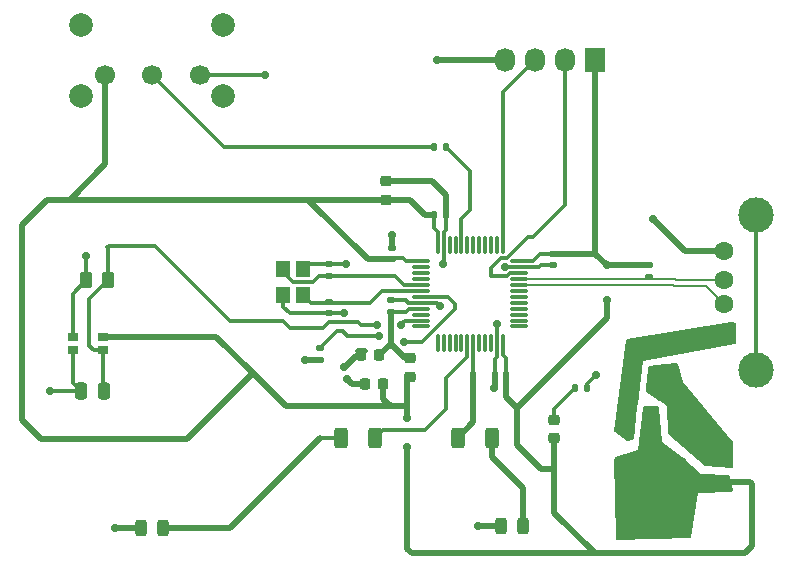
<source format=gbr>
%TF.GenerationSoftware,KiCad,Pcbnew,7.0.10*%
%TF.CreationDate,2024-01-12T17:51:54+01:00*%
%TF.ProjectId,LightDudu4Lila,4c696768-7444-4756-9475-344c696c612e,rev?*%
%TF.SameCoordinates,Original*%
%TF.FileFunction,Copper,L1,Top*%
%TF.FilePolarity,Positive*%
%FSLAX46Y46*%
G04 Gerber Fmt 4.6, Leading zero omitted, Abs format (unit mm)*
G04 Created by KiCad (PCBNEW 7.0.10) date 2024-01-12 17:51:54*
%MOMM*%
%LPD*%
G01*
G04 APERTURE LIST*
G04 Aperture macros list*
%AMRoundRect*
0 Rectangle with rounded corners*
0 $1 Rounding radius*
0 $2 $3 $4 $5 $6 $7 $8 $9 X,Y pos of 4 corners*
0 Add a 4 corners polygon primitive as box body*
4,1,4,$2,$3,$4,$5,$6,$7,$8,$9,$2,$3,0*
0 Add four circle primitives for the rounded corners*
1,1,$1+$1,$2,$3*
1,1,$1+$1,$4,$5*
1,1,$1+$1,$6,$7*
1,1,$1+$1,$8,$9*
0 Add four rect primitives between the rounded corners*
20,1,$1+$1,$2,$3,$4,$5,0*
20,1,$1+$1,$4,$5,$6,$7,0*
20,1,$1+$1,$6,$7,$8,$9,0*
20,1,$1+$1,$8,$9,$2,$3,0*%
G04 Aperture macros list end*
%TA.AperFunction,SMDPad,CuDef*%
%ADD10RoundRect,0.140000X0.140000X0.170000X-0.140000X0.170000X-0.140000X-0.170000X0.140000X-0.170000X0*%
%TD*%
%TA.AperFunction,SMDPad,CuDef*%
%ADD11RoundRect,0.250000X-0.250000X-0.475000X0.250000X-0.475000X0.250000X0.475000X-0.250000X0.475000X0*%
%TD*%
%TA.AperFunction,SMDPad,CuDef*%
%ADD12RoundRect,0.225000X0.225000X0.250000X-0.225000X0.250000X-0.225000X-0.250000X0.225000X-0.250000X0*%
%TD*%
%TA.AperFunction,ComponentPad*%
%ADD13C,2.000000*%
%TD*%
%TA.AperFunction,ComponentPad*%
%ADD14C,1.700000*%
%TD*%
%TA.AperFunction,SMDPad,CuDef*%
%ADD15RoundRect,0.250000X-0.312500X-0.625000X0.312500X-0.625000X0.312500X0.625000X-0.312500X0.625000X0*%
%TD*%
%TA.AperFunction,ComponentPad*%
%ADD16R,1.500000X1.600000*%
%TD*%
%TA.AperFunction,ComponentPad*%
%ADD17C,1.600000*%
%TD*%
%TA.AperFunction,ComponentPad*%
%ADD18C,3.000000*%
%TD*%
%TA.AperFunction,SMDPad,CuDef*%
%ADD19RoundRect,0.140000X0.170000X-0.140000X0.170000X0.140000X-0.170000X0.140000X-0.170000X-0.140000X0*%
%TD*%
%TA.AperFunction,SMDPad,CuDef*%
%ADD20RoundRect,0.250000X0.312500X0.625000X-0.312500X0.625000X-0.312500X-0.625000X0.312500X-0.625000X0*%
%TD*%
%TA.AperFunction,SMDPad,CuDef*%
%ADD21RoundRect,0.140000X-0.140000X-0.170000X0.140000X-0.170000X0.140000X0.170000X-0.140000X0.170000X0*%
%TD*%
%TA.AperFunction,SMDPad,CuDef*%
%ADD22RoundRect,0.250000X-0.350000X0.850000X-0.350000X-0.850000X0.350000X-0.850000X0.350000X0.850000X0*%
%TD*%
%TA.AperFunction,SMDPad,CuDef*%
%ADD23RoundRect,0.250000X-1.125000X1.275000X-1.125000X-1.275000X1.125000X-1.275000X1.125000X1.275000X0*%
%TD*%
%TA.AperFunction,SMDPad,CuDef*%
%ADD24RoundRect,0.249997X-2.650003X2.950003X-2.650003X-2.950003X2.650003X-2.950003X2.650003X2.950003X0*%
%TD*%
%TA.AperFunction,SMDPad,CuDef*%
%ADD25RoundRect,0.250000X0.262500X0.450000X-0.262500X0.450000X-0.262500X-0.450000X0.262500X-0.450000X0*%
%TD*%
%TA.AperFunction,SMDPad,CuDef*%
%ADD26RoundRect,0.218750X-0.256250X0.218750X-0.256250X-0.218750X0.256250X-0.218750X0.256250X0.218750X0*%
%TD*%
%TA.AperFunction,ComponentPad*%
%ADD27R,1.730000X2.030000*%
%TD*%
%TA.AperFunction,ComponentPad*%
%ADD28O,1.730000X2.030000*%
%TD*%
%TA.AperFunction,SMDPad,CuDef*%
%ADD29RoundRect,0.250000X0.475000X-0.250000X0.475000X0.250000X-0.475000X0.250000X-0.475000X-0.250000X0*%
%TD*%
%TA.AperFunction,SMDPad,CuDef*%
%ADD30RoundRect,0.140000X-0.170000X0.140000X-0.170000X-0.140000X0.170000X-0.140000X0.170000X0.140000X0*%
%TD*%
%TA.AperFunction,SMDPad,CuDef*%
%ADD31RoundRect,0.243750X-0.243750X-0.456250X0.243750X-0.456250X0.243750X0.456250X-0.243750X0.456250X0*%
%TD*%
%TA.AperFunction,SMDPad,CuDef*%
%ADD32RoundRect,0.250000X0.250000X0.475000X-0.250000X0.475000X-0.250000X-0.475000X0.250000X-0.475000X0*%
%TD*%
%TA.AperFunction,SMDPad,CuDef*%
%ADD33RoundRect,0.135000X0.135000X0.185000X-0.135000X0.185000X-0.135000X-0.185000X0.135000X-0.185000X0*%
%TD*%
%TA.AperFunction,SMDPad,CuDef*%
%ADD34RoundRect,0.135000X-0.185000X0.135000X-0.185000X-0.135000X0.185000X-0.135000X0.185000X0.135000X0*%
%TD*%
%TA.AperFunction,SMDPad,CuDef*%
%ADD35RoundRect,0.135000X-0.135000X-0.185000X0.135000X-0.185000X0.135000X0.185000X-0.135000X0.185000X0*%
%TD*%
%TA.AperFunction,SMDPad,CuDef*%
%ADD36R,1.200000X1.400000*%
%TD*%
%TA.AperFunction,SMDPad,CuDef*%
%ADD37R,0.900000X0.700000*%
%TD*%
%TA.AperFunction,SMDPad,CuDef*%
%ADD38RoundRect,0.225000X0.250000X-0.225000X0.250000X0.225000X-0.250000X0.225000X-0.250000X-0.225000X0*%
%TD*%
%TA.AperFunction,SMDPad,CuDef*%
%ADD39RoundRect,0.075000X-0.662500X-0.075000X0.662500X-0.075000X0.662500X0.075000X-0.662500X0.075000X0*%
%TD*%
%TA.AperFunction,SMDPad,CuDef*%
%ADD40RoundRect,0.075000X-0.075000X-0.662500X0.075000X-0.662500X0.075000X0.662500X-0.075000X0.662500X0*%
%TD*%
%TA.AperFunction,ViaPad*%
%ADD41C,0.700000*%
%TD*%
%TA.AperFunction,Conductor*%
%ADD42C,0.300000*%
%TD*%
%TA.AperFunction,Conductor*%
%ADD43C,0.500000*%
%TD*%
%TA.AperFunction,Conductor*%
%ADD44C,0.200000*%
%TD*%
G04 APERTURE END LIST*
D10*
%TO.P,C1,1*%
%TO.N,+3.3V*%
X109319000Y-85725000D03*
%TO.P,C1,2*%
%TO.N,GND*%
X108359000Y-85725000D03*
%TD*%
D11*
%TO.P,C13,1*%
%TO.N,VBUS*%
X119954000Y-85979000D03*
%TO.P,C13,2*%
%TO.N,GND*%
X121854000Y-85979000D03*
%TD*%
D12*
%TO.P,C8,1*%
%TO.N,+3.3V*%
X98946000Y-86487000D03*
%TO.P,C8,2*%
%TO.N,GND*%
X97396000Y-86487000D03*
%TD*%
D13*
%TO.P,SW1,*%
%TO.N,*%
X85375000Y-62075000D03*
X85375000Y-56075000D03*
X73375000Y-62075000D03*
X73375000Y-56075000D03*
D14*
%TO.P,SW1,1,A*%
%TO.N,GND*%
X83375000Y-60325000D03*
%TO.P,SW1,2,B*%
%TO.N,/SW_BOOT0*%
X79375000Y-60325000D03*
%TO.P,SW1,3,C*%
%TO.N,+3.3V*%
X75375000Y-60325000D03*
%TD*%
D15*
%TO.P,R6,1*%
%TO.N,/DGT OUT LED2*%
X105217500Y-91059000D03*
%TO.P,R6,2*%
%TO.N,/LED2 ANODE*%
X108142500Y-91059000D03*
%TD*%
D16*
%TO.P,J1,1,VBUS*%
%TO.N,VBUS*%
X127762000Y-82224000D03*
D17*
%TO.P,J1,2,D-*%
%TO.N,/USB-*%
X127762000Y-79724000D03*
%TO.P,J1,3,D+*%
%TO.N,/USB+*%
X127762000Y-77724000D03*
%TO.P,J1,4,GND*%
%TO.N,GND*%
X127762000Y-75224000D03*
D18*
%TO.P,J1,5,Shield*%
%TO.N,unconnected-(J1-Shield-Pad5)*%
X130472000Y-85294000D03*
X130472000Y-72154000D03*
%TD*%
D19*
%TO.P,C6,1*%
%TO.N,+3.3VA*%
X99568000Y-80363000D03*
%TO.P,C6,2*%
%TO.N,GND*%
X99568000Y-79403000D03*
%TD*%
D20*
%TO.P,R5,1*%
%TO.N,/DGT OUT LED1*%
X98236500Y-91059000D03*
%TO.P,R5,2*%
%TO.N,/LED1 ANODE*%
X95311500Y-91059000D03*
%TD*%
D21*
%TO.P,C4,1*%
%TO.N,+3.3V*%
X103253000Y-72161400D03*
%TO.P,C4,2*%
%TO.N,GND*%
X104213000Y-72161400D03*
%TD*%
D19*
%TO.P,C3,1*%
%TO.N,+3.3V*%
X99669000Y-75918000D03*
%TO.P,C3,2*%
%TO.N,GND*%
X99669000Y-74958000D03*
%TD*%
D22*
%TO.P,U3,1,GND*%
%TO.N,GND*%
X123946000Y-89653000D03*
%TO.P,U3,2,VO*%
%TO.N,+3.3V*%
X121666000Y-89653000D03*
D23*
X123191000Y-94278000D03*
X120141000Y-94278000D03*
D24*
X121666000Y-95953000D03*
D23*
X123191000Y-97628000D03*
X120141000Y-97628000D03*
D22*
%TO.P,U3,3,VI*%
%TO.N,VBUS*%
X119386000Y-89653000D03*
%TD*%
D25*
%TO.P,R4,1*%
%TO.N,/SENS_AN_SIGNAL*%
X75588500Y-77724000D03*
%TO.P,R4,2*%
%TO.N,GND*%
X73763500Y-77724000D03*
%TD*%
D26*
%TO.P,D1,1,K*%
%TO.N,/PWR_LED_KATH*%
X113411000Y-89509500D03*
%TO.P,D1,2,A*%
%TO.N,+3.3V*%
X113411000Y-91084500D03*
%TD*%
D27*
%TO.P,J2,1,Pin_1*%
%TO.N,+3.3V*%
X116840000Y-59055000D03*
D28*
%TO.P,J2,2,Pin_2*%
%TO.N,/SWDIO*%
X114300000Y-59055000D03*
%TO.P,J2,3,Pin_3*%
%TO.N,/SWCLK*%
X111760000Y-59055000D03*
%TO.P,J2,4,Pin_4*%
%TO.N,GND*%
X109220000Y-59055000D03*
%TD*%
D29*
%TO.P,C12,1*%
%TO.N,+3.3V*%
X127127000Y-94803000D03*
%TO.P,C12,2*%
%TO.N,GND*%
X127127000Y-92903000D03*
%TD*%
D30*
%TO.P,C11,1*%
%TO.N,/HSE_OUT*%
X94361000Y-79530000D03*
%TO.P,C11,2*%
%TO.N,GND*%
X94361000Y-80490000D03*
%TD*%
D19*
%TO.P,C10,1*%
%TO.N,/HSE_IN*%
X94361000Y-77315000D03*
%TO.P,C10,2*%
%TO.N,GND*%
X94361000Y-76355000D03*
%TD*%
D31*
%TO.P,D2,1,K*%
%TO.N,GND*%
X78437500Y-98679000D03*
%TO.P,D2,2,A*%
%TO.N,/LED1 ANODE*%
X80312500Y-98679000D03*
%TD*%
D32*
%TO.P,C14,1*%
%TO.N,/SENS_AN_SIGNAL*%
X75245000Y-87122000D03*
%TO.P,C14,2*%
%TO.N,GND*%
X73345000Y-87122000D03*
%TD*%
D30*
%TO.P,C2,1*%
%TO.N,+3.3V*%
X113258000Y-75466000D03*
%TO.P,C2,2*%
%TO.N,GND*%
X113258000Y-76426000D03*
%TD*%
D31*
%TO.P,D3,1,K*%
%TO.N,GND*%
X108917500Y-98552000D03*
%TO.P,D3,2,A*%
%TO.N,/LED2 ANODE*%
X110792500Y-98552000D03*
%TD*%
D33*
%TO.P,R3,1*%
%TO.N,GND*%
X116209000Y-86868000D03*
%TO.P,R3,2*%
%TO.N,/PWR_LED_KATH*%
X115189000Y-86868000D03*
%TD*%
D34*
%TO.P,R2,1*%
%TO.N,+3.3V*%
X121412000Y-76452000D03*
%TO.P,R2,2*%
%TO.N,/USB+*%
X121412000Y-77472000D03*
%TD*%
D35*
%TO.P,R1,1*%
%TO.N,/SW_BOOT0*%
X103249000Y-66421000D03*
%TO.P,R1,2*%
%TO.N,/BOOT0*%
X104269000Y-66421000D03*
%TD*%
D36*
%TO.P,X1,1,1*%
%TO.N,/HSE_IN*%
X90463000Y-76751000D03*
%TO.P,X1,2,2*%
%TO.N,GND*%
X90463000Y-78951000D03*
%TO.P,X1,3,3*%
%TO.N,/HSE_OUT*%
X92163000Y-78951000D03*
%TO.P,X1,4,4*%
%TO.N,GND*%
X92163000Y-76751000D03*
%TD*%
D12*
%TO.P,C7,1*%
%TO.N,+3.3VA*%
X98565000Y-84074000D03*
%TO.P,C7,2*%
%TO.N,GND*%
X97015000Y-84074000D03*
%TD*%
D37*
%TO.P,IC1,1,VCC*%
%TO.N,+3.3V*%
X75164000Y-82508000D03*
%TO.P,IC1,2,OUT*%
%TO.N,/SENS_AN_SIGNAL*%
X75164000Y-83608000D03*
%TO.P,IC1,3,GND_1*%
%TO.N,GND*%
X72664000Y-82508000D03*
%TO.P,IC1,4,GND_2*%
X72664000Y-83608000D03*
%TD*%
D30*
%TO.P,C9,1*%
%TO.N,/NRST*%
X93599000Y-83467000D03*
%TO.P,C9,2*%
%TO.N,GND*%
X93599000Y-84427000D03*
%TD*%
D38*
%TO.P,C5,1*%
%TO.N,+3.3V*%
X99161000Y-70879000D03*
%TO.P,C5,2*%
%TO.N,GND*%
X99161000Y-69329000D03*
%TD*%
D39*
%TO.P,U2,1,VBAT*%
%TO.N,+3.3V*%
X102136500Y-76117000D03*
%TO.P,U2,2,PC13*%
%TO.N,unconnected-(U2-PC13-Pad2)*%
X102136500Y-76617000D03*
%TO.P,U2,3,PC14*%
%TO.N,unconnected-(U2-PC14-Pad3)*%
X102136500Y-77117000D03*
%TO.P,U2,4,PC15*%
%TO.N,unconnected-(U2-PC15-Pad4)*%
X102136500Y-77617000D03*
%TO.P,U2,5,PD0*%
%TO.N,/HSE_IN*%
X102136500Y-78117000D03*
%TO.P,U2,6,PD1*%
%TO.N,/HSE_OUT*%
X102136500Y-78617000D03*
%TO.P,U2,7,NRST*%
%TO.N,/NRST*%
X102136500Y-79117000D03*
%TO.P,U2,8,VSSA*%
%TO.N,GND*%
X102136500Y-79617000D03*
%TO.P,U2,9,VDDA*%
%TO.N,+3.3VA*%
X102136500Y-80117000D03*
%TO.P,U2,10,PA0*%
%TO.N,unconnected-(U2-PA0-Pad10)*%
X102136500Y-80617000D03*
%TO.P,U2,11,PA1*%
%TO.N,/SENS_AN_SIGNAL*%
X102136500Y-81117000D03*
%TO.P,U2,12,PA2*%
%TO.N,unconnected-(U2-PA2-Pad12)*%
X102136500Y-81617000D03*
D40*
%TO.P,U2,13,PA3*%
%TO.N,unconnected-(U2-PA3-Pad13)*%
X103549000Y-83029500D03*
%TO.P,U2,14,PA4*%
%TO.N,unconnected-(U2-PA4-Pad14)*%
X104049000Y-83029500D03*
%TO.P,U2,15,PA5*%
%TO.N,unconnected-(U2-PA5-Pad15)*%
X104549000Y-83029500D03*
%TO.P,U2,16,PA6*%
%TO.N,unconnected-(U2-PA6-Pad16)*%
X105049000Y-83029500D03*
%TO.P,U2,17,PA7*%
%TO.N,unconnected-(U2-PA7-Pad17)*%
X105549000Y-83029500D03*
%TO.P,U2,18,PB0*%
%TO.N,/DGT OUT LED1*%
X106049000Y-83029500D03*
%TO.P,U2,19,PB1*%
%TO.N,/DGT OUT LED2*%
X106549000Y-83029500D03*
%TO.P,U2,20,PB2*%
%TO.N,unconnected-(U2-PB2-Pad20)*%
X107049000Y-83029500D03*
%TO.P,U2,21,PB10*%
%TO.N,unconnected-(U2-PB10-Pad21)*%
X107549000Y-83029500D03*
%TO.P,U2,22,PB11*%
%TO.N,unconnected-(U2-PB11-Pad22)*%
X108049000Y-83029500D03*
%TO.P,U2,23,VSS*%
%TO.N,GND*%
X108549000Y-83029500D03*
%TO.P,U2,24,VDD*%
%TO.N,+3.3V*%
X109049000Y-83029500D03*
D39*
%TO.P,U2,25,PB12*%
%TO.N,unconnected-(U2-PB12-Pad25)*%
X110461500Y-81617000D03*
%TO.P,U2,26,PB13*%
%TO.N,unconnected-(U2-PB13-Pad26)*%
X110461500Y-81117000D03*
%TO.P,U2,27,PB14*%
%TO.N,unconnected-(U2-PB14-Pad27)*%
X110461500Y-80617000D03*
%TO.P,U2,28,PB15*%
%TO.N,unconnected-(U2-PB15-Pad28)*%
X110461500Y-80117000D03*
%TO.P,U2,29,PA8*%
%TO.N,unconnected-(U2-PA8-Pad29)*%
X110461500Y-79617000D03*
%TO.P,U2,30,PA9*%
%TO.N,unconnected-(U2-PA9-Pad30)*%
X110461500Y-79117000D03*
%TO.P,U2,31,PA10*%
%TO.N,unconnected-(U2-PA10-Pad31)*%
X110461500Y-78617000D03*
%TO.P,U2,32,PA11*%
%TO.N,/USB-*%
X110461500Y-78117000D03*
%TO.P,U2,33,PA12*%
%TO.N,/USB+*%
X110461500Y-77617000D03*
%TO.P,U2,34,PA13*%
%TO.N,/SWDIO*%
X110461500Y-77117000D03*
%TO.P,U2,35,VSS*%
%TO.N,GND*%
X110461500Y-76617000D03*
%TO.P,U2,36,VDD*%
%TO.N,+3.3V*%
X110461500Y-76117000D03*
D40*
%TO.P,U2,37,PA14*%
%TO.N,/SWCLK*%
X109049000Y-74704500D03*
%TO.P,U2,38,PA15*%
%TO.N,unconnected-(U2-PA15-Pad38)*%
X108549000Y-74704500D03*
%TO.P,U2,39,PB3*%
%TO.N,unconnected-(U2-PB3-Pad39)*%
X108049000Y-74704500D03*
%TO.P,U2,40,PB4*%
%TO.N,unconnected-(U2-PB4-Pad40)*%
X107549000Y-74704500D03*
%TO.P,U2,41,PB5*%
%TO.N,unconnected-(U2-PB5-Pad41)*%
X107049000Y-74704500D03*
%TO.P,U2,42,PB6*%
%TO.N,unconnected-(U2-PB6-Pad42)*%
X106549000Y-74704500D03*
%TO.P,U2,43,PB7*%
%TO.N,unconnected-(U2-PB7-Pad43)*%
X106049000Y-74704500D03*
%TO.P,U2,44,BOOT0*%
%TO.N,/BOOT0*%
X105549000Y-74704500D03*
%TO.P,U2,45,PB8*%
%TO.N,unconnected-(U2-PB8-Pad45)*%
X105049000Y-74704500D03*
%TO.P,U2,46,PB9*%
%TO.N,unconnected-(U2-PB9-Pad46)*%
X104549000Y-74704500D03*
%TO.P,U2,47,VSS*%
%TO.N,GND*%
X104049000Y-74704500D03*
%TO.P,U2,48,VDD*%
%TO.N,+3.3V*%
X103549000Y-74704500D03*
%TD*%
D26*
%TO.P,FB1,1*%
%TO.N,+3.3VA*%
X101219000Y-84302500D03*
%TO.P,FB1,2*%
%TO.N,+3.3V*%
X101219000Y-85877500D03*
%TD*%
D41*
%TO.N,+3.3V*%
X117856000Y-76454000D03*
X117856000Y-79375000D03*
X100965000Y-91821000D03*
X100965000Y-89408000D03*
%TO.N,/NRST*%
X98552280Y-82424957D03*
X100711000Y-82931000D03*
%TO.N,GND*%
X109201630Y-76556438D03*
X123190000Y-86487000D03*
X108331000Y-86868000D03*
X121793000Y-72517000D03*
X123190000Y-85344000D03*
X92329000Y-84455000D03*
X123444000Y-87757000D03*
X95631000Y-80518000D03*
X70739000Y-87122000D03*
X124460000Y-87757000D03*
X76200000Y-98679000D03*
X88900000Y-60325000D03*
X104013000Y-76327000D03*
X103505000Y-59055000D03*
X108585000Y-81407000D03*
X73787000Y-75692000D03*
X99695000Y-73914000D03*
X95631000Y-85090000D03*
X106934000Y-98552000D03*
X95885000Y-86106000D03*
X95758000Y-76327000D03*
X127127000Y-91440000D03*
X103759000Y-79883000D03*
X116967000Y-85725000D03*
%TO.N,/SENS_AN_SIGNAL*%
X100457000Y-81534000D03*
X98425000Y-81534000D03*
%TD*%
D42*
%TO.N,/HSE_IN*%
X94361000Y-77315000D02*
X93474000Y-77315000D01*
X102136500Y-78117000D02*
X100697000Y-78117000D01*
X91287000Y-77851000D02*
X90463000Y-77027000D01*
X100697000Y-78117000D02*
X99895000Y-77315000D01*
X92938000Y-77851000D02*
X91287000Y-77851000D01*
X93474000Y-77315000D02*
X92938000Y-77851000D01*
X99895000Y-77315000D02*
X94361000Y-77315000D01*
X90463000Y-77027000D02*
X90463000Y-76751000D01*
%TO.N,unconnected-(J1-Shield-Pad5)*%
X130472000Y-72154000D02*
X130472000Y-85294000D01*
%TO.N,/HSE_OUT*%
X98784000Y-78617000D02*
X97800000Y-79601000D01*
X102136500Y-78617000D02*
X98784000Y-78617000D01*
X94361000Y-79601000D02*
X92813000Y-79601000D01*
X92813000Y-79601000D02*
X92163000Y-78951000D01*
X97800000Y-79601000D02*
X94361000Y-79601000D01*
D43*
%TO.N,+3.3V*%
X127127000Y-94803000D02*
X129982000Y-94803000D01*
X99568000Y-88392000D02*
X90678000Y-88392000D01*
X70472000Y-70879000D02*
X72390000Y-70879000D01*
X113411000Y-93726000D02*
X113411000Y-91084500D01*
X99669000Y-75918000D02*
X97622000Y-75918000D01*
X87884000Y-85598000D02*
X82296000Y-91186000D01*
X116840000Y-75438000D02*
X116840000Y-59055000D01*
X110236000Y-88519000D02*
X109319000Y-87602000D01*
D42*
X109049000Y-83029500D02*
X109049000Y-84056000D01*
D43*
X100965000Y-86131500D02*
X101219000Y-85877500D01*
X102488400Y-72161400D02*
X101206000Y-70879000D01*
X84794000Y-82508000D02*
X75164000Y-82508000D01*
D42*
X100530000Y-75847000D02*
X99568000Y-75847000D01*
D43*
X113411000Y-93726000D02*
X112268000Y-93726000D01*
X103253000Y-72161400D02*
X102488400Y-72161400D01*
D42*
X103549000Y-73603000D02*
X103253000Y-73307000D01*
X109321000Y-84328000D02*
X109319000Y-84330000D01*
X102136500Y-76117000D02*
X100856000Y-76117000D01*
X103253000Y-73307000D02*
X103253000Y-72161400D01*
D43*
X97622000Y-75918000D02*
X92583000Y-70879000D01*
X82296000Y-91186000D02*
X69977000Y-91186000D01*
X130175000Y-100203000D02*
X129540000Y-100838000D01*
X87884000Y-85598000D02*
X84794000Y-82508000D01*
X116840000Y-100838000D02*
X113411000Y-97409000D01*
X100965000Y-92964000D02*
X100965000Y-91821000D01*
X117856000Y-76454000D02*
X121410000Y-76454000D01*
X114808000Y-83947000D02*
X117856000Y-80899000D01*
X112268000Y-93726000D02*
X110236000Y-91694000D01*
X110236000Y-88519000D02*
X114808000Y-83947000D01*
X117856000Y-76454000D02*
X116868000Y-75466000D01*
X74041000Y-70879000D02*
X74803000Y-70879000D01*
X100965000Y-100457000D02*
X100965000Y-92964000D01*
X72390000Y-70879000D02*
X74041000Y-70879000D01*
D42*
X109319000Y-84330000D02*
X109319000Y-85725000D01*
D43*
X90678000Y-88392000D02*
X87884000Y-85598000D01*
X100965000Y-88392000D02*
X100965000Y-86131500D01*
X117856000Y-80899000D02*
X117856000Y-79375000D01*
X129540000Y-100838000D02*
X116840000Y-100838000D01*
D42*
X100856000Y-76117000D02*
X100558000Y-75819000D01*
D43*
X100965000Y-89408000D02*
X100965000Y-88392000D01*
X130175000Y-94996000D02*
X130175000Y-100203000D01*
X129982000Y-94803000D02*
X130175000Y-94996000D01*
D42*
X100558000Y-75819000D02*
X100530000Y-75847000D01*
D43*
X68326000Y-73025000D02*
X70472000Y-70879000D01*
X68326000Y-89535000D02*
X68326000Y-73025000D01*
D42*
X111563000Y-76117000D02*
X112214000Y-75466000D01*
D43*
X75311000Y-70879000D02*
X92583000Y-70879000D01*
X116868000Y-75466000D02*
X113258000Y-75466000D01*
X116868000Y-75466000D02*
X116840000Y-75438000D01*
D42*
X103549000Y-74704500D02*
X103549000Y-73603000D01*
X110461500Y-76117000D02*
X111563000Y-76117000D01*
D43*
X74803000Y-70879000D02*
X75311000Y-70879000D01*
X109319000Y-87602000D02*
X109319000Y-85725000D01*
X92583000Y-70879000D02*
X99161000Y-70879000D01*
X121410000Y-76454000D02*
X121412000Y-76452000D01*
D42*
X112214000Y-75466000D02*
X113258000Y-75466000D01*
D43*
X99568000Y-88392000D02*
X98946000Y-87770000D01*
D42*
X109049000Y-84056000D02*
X109321000Y-84328000D01*
D43*
X100965000Y-88392000D02*
X99568000Y-88392000D01*
X110236000Y-91694000D02*
X110236000Y-88519000D01*
X101346000Y-100838000D02*
X100965000Y-100457000D01*
X113411000Y-97409000D02*
X113411000Y-93726000D01*
X75375000Y-67894000D02*
X72390000Y-70879000D01*
X116840000Y-100838000D02*
X101346000Y-100838000D01*
X101206000Y-70879000D02*
X99161000Y-70879000D01*
X98946000Y-87770000D02*
X98946000Y-86487000D01*
X69977000Y-91186000D02*
X68326000Y-89535000D01*
X75375000Y-60325000D02*
X75375000Y-67894000D01*
%TO.N,+3.3VA*%
X99568000Y-83071000D02*
X98565000Y-84074000D01*
X99568000Y-80363000D02*
X99568000Y-83071000D01*
X99568000Y-83071000D02*
X100799500Y-84302500D01*
D42*
X100812000Y-80391000D02*
X100784000Y-80363000D01*
X102136500Y-80117000D02*
X101086000Y-80117000D01*
D43*
X100799500Y-84302500D02*
X101219000Y-84302500D01*
D42*
X100784000Y-80363000D02*
X99568000Y-80363000D01*
X101086000Y-80117000D02*
X100812000Y-80391000D01*
%TO.N,/NRST*%
X95024000Y-82042000D02*
X93599000Y-83467000D01*
X95504000Y-82042000D02*
X95885000Y-82423000D01*
X104390000Y-79117000D02*
X102136500Y-79117000D01*
X105029000Y-79756000D02*
X104390000Y-79117000D01*
X98550323Y-82423000D02*
X98552280Y-82424957D01*
X102235000Y-82931000D02*
X105029000Y-80137000D01*
X100711000Y-82931000D02*
X102235000Y-82931000D01*
X95024000Y-82042000D02*
X95504000Y-82042000D01*
X105029000Y-80137000D02*
X105029000Y-79756000D01*
X95885000Y-82423000D02*
X98550323Y-82423000D01*
%TO.N,/PWR_LED_KATH*%
X113411000Y-89509500D02*
X113411000Y-88646000D01*
X113411000Y-88646000D02*
X115189000Y-86868000D01*
D44*
%TO.N,/USB-*%
X111592751Y-78092000D02*
X123444000Y-78092000D01*
X111567751Y-78117000D02*
X111592751Y-78092000D01*
X126212001Y-78174001D02*
X127762000Y-79724000D01*
X123444000Y-78092000D02*
X123526001Y-78174001D01*
X110461500Y-78117000D02*
X111567751Y-78117000D01*
X123526001Y-78174001D02*
X126212001Y-78174001D01*
%TO.N,/USB+*%
X123706000Y-77724000D02*
X127762000Y-77724000D01*
X111592751Y-77642000D02*
X123624000Y-77642000D01*
X111567751Y-77617000D02*
X111592751Y-77642000D01*
X123624000Y-77642000D02*
X123706000Y-77724000D01*
X110461500Y-77617000D02*
X111567751Y-77617000D01*
D42*
%TO.N,GND*%
X94361000Y-76355000D02*
X95730000Y-76355000D01*
D43*
X124500000Y-75224000D02*
X121793000Y-72517000D01*
X92357000Y-84427000D02*
X92329000Y-84455000D01*
X93599000Y-84427000D02*
X92357000Y-84427000D01*
X97396000Y-83693000D02*
X97155000Y-83693000D01*
D42*
X94361000Y-80490000D02*
X95603000Y-80490000D01*
X100784000Y-79403000D02*
X99568000Y-79403000D01*
D43*
X73763500Y-77724000D02*
X73763500Y-78001500D01*
D42*
X102136500Y-79617000D02*
X101054000Y-79617000D01*
X72644000Y-78843500D02*
X72644000Y-80264000D01*
X103493000Y-79617000D02*
X103759000Y-79883000D01*
X102136500Y-79617000D02*
X103493000Y-79617000D01*
X108549000Y-84211000D02*
X108359000Y-84401000D01*
X72664000Y-86441000D02*
X73345000Y-87122000D01*
X108549000Y-83029500D02*
X108549000Y-81443000D01*
X116209000Y-86483000D02*
X116967000Y-85725000D01*
X72664000Y-83608000D02*
X72664000Y-86441000D01*
X83375000Y-60325000D02*
X88900000Y-60325000D01*
X116209000Y-86868000D02*
X116209000Y-86483000D01*
X94361000Y-76355000D02*
X92559000Y-76355000D01*
X100812000Y-79375000D02*
X100784000Y-79403000D01*
D43*
X99669000Y-73940000D02*
X99695000Y-73914000D01*
D42*
X108359000Y-84401000D02*
X108359000Y-85725000D01*
X104049000Y-74704500D02*
X104049000Y-73598000D01*
D43*
X97396000Y-83693000D02*
X96774000Y-83693000D01*
X96266000Y-86487000D02*
X95885000Y-86106000D01*
D42*
X73345000Y-87122000D02*
X70739000Y-87122000D01*
X108549000Y-83029500D02*
X108549000Y-84211000D01*
X72664000Y-80284000D02*
X72664000Y-82508000D01*
X108549000Y-81443000D02*
X108585000Y-81407000D01*
D43*
X127762000Y-75224000D02*
X124500000Y-75224000D01*
D42*
X104213000Y-73434000D02*
X104213000Y-72161400D01*
D43*
X78437500Y-98679000D02*
X76200000Y-98679000D01*
D42*
X104049000Y-76291000D02*
X104013000Y-76327000D01*
X109262192Y-76617000D02*
X109201630Y-76556438D01*
D43*
X103085000Y-69329000D02*
X99161000Y-69329000D01*
D42*
X95603000Y-80490000D02*
X95631000Y-80518000D01*
X73763500Y-75715500D02*
X73787000Y-75692000D01*
X112270000Y-76426000D02*
X113258000Y-76426000D01*
D43*
X108917500Y-98552000D02*
X106934000Y-98552000D01*
D42*
X94361000Y-80490000D02*
X91002000Y-80490000D01*
D43*
X104213000Y-72161400D02*
X104213000Y-70457000D01*
D42*
X91002000Y-80490000D02*
X90463000Y-79951000D01*
D43*
X96583500Y-84137500D02*
X95694500Y-85026500D01*
D42*
X73763500Y-77724000D02*
X73763500Y-75715500D01*
X112079000Y-76617000D02*
X112270000Y-76426000D01*
X92559000Y-76355000D02*
X92163000Y-76751000D01*
D43*
X99669000Y-74958000D02*
X99669000Y-73940000D01*
D42*
X72644000Y-80264000D02*
X72664000Y-80284000D01*
D43*
X97396000Y-86487000D02*
X96266000Y-86487000D01*
D42*
X95730000Y-76355000D02*
X95758000Y-76327000D01*
X73763500Y-77724000D02*
X72644000Y-78843500D01*
X110461500Y-76617000D02*
X109262192Y-76617000D01*
X112079000Y-76617000D02*
X110461500Y-76617000D01*
X90463000Y-79951000D02*
X90463000Y-78951000D01*
D43*
X109220000Y-59055000D02*
X103505000Y-59055000D01*
D42*
X104049000Y-73598000D02*
X104213000Y-73434000D01*
D43*
X104213000Y-70457000D02*
X103085000Y-69329000D01*
D42*
X104049000Y-74704500D02*
X104049000Y-76291000D01*
D43*
X108359000Y-86840000D02*
X108331000Y-86868000D01*
D42*
X101054000Y-79617000D02*
X100812000Y-79375000D01*
D43*
X108359000Y-85725000D02*
X108359000Y-86840000D01*
D42*
%TO.N,/SENS_AN_SIGNAL*%
X90424000Y-81153000D02*
X91059000Y-81788000D01*
X74041000Y-79271500D02*
X74041000Y-83235000D01*
X100457000Y-81407000D02*
X100457000Y-81534000D01*
X100747000Y-81117000D02*
X102136500Y-81117000D01*
X75164000Y-83608000D02*
X75164000Y-87041000D01*
X97028000Y-81534000D02*
X96774000Y-81280000D01*
X96774000Y-81280000D02*
X94361000Y-81280000D01*
X74414000Y-83608000D02*
X75164000Y-83608000D01*
X79629000Y-74803000D02*
X85979000Y-81153000D01*
X75692000Y-74803000D02*
X79629000Y-74803000D01*
X75588500Y-77724000D02*
X74041000Y-79271500D01*
X75164000Y-87041000D02*
X75245000Y-87122000D01*
X75588500Y-74953500D02*
X75565000Y-74930000D01*
X100747000Y-81117000D02*
X100457000Y-81407000D01*
X75565000Y-74930000D02*
X75692000Y-74803000D01*
X74041000Y-83235000D02*
X74414000Y-83608000D01*
X91059000Y-81788000D02*
X93853000Y-81788000D01*
X94361000Y-81280000D02*
X93853000Y-81788000D01*
X75588500Y-77724000D02*
X75588500Y-74953500D01*
X98425000Y-81534000D02*
X97028000Y-81534000D01*
X85979000Y-81153000D02*
X90424000Y-81153000D01*
%TO.N,/SWDIO*%
X111633000Y-74041000D02*
X114300000Y-71374000D01*
X109394880Y-77343000D02*
X108077000Y-77343000D01*
X111196880Y-74041000D02*
X111633000Y-74041000D01*
X114300000Y-71374000D02*
X114300000Y-59055000D01*
X108077000Y-76691118D02*
X108911680Y-75856438D01*
X108911680Y-75856438D02*
X109381442Y-75856438D01*
X110461500Y-77117000D02*
X109620880Y-77117000D01*
X109620880Y-77117000D02*
X109394880Y-77343000D01*
X109381442Y-75856438D02*
X111196880Y-74041000D01*
X108077000Y-77343000D02*
X108077000Y-76691118D01*
%TO.N,/SWCLK*%
X109049000Y-61766000D02*
X111760000Y-59055000D01*
X109049000Y-74704500D02*
X109049000Y-61766000D01*
%TO.N,/SW_BOOT0*%
X103249000Y-66421000D02*
X85471000Y-66421000D01*
X85471000Y-66421000D02*
X79375000Y-60325000D01*
%TO.N,/BOOT0*%
X105549000Y-74704500D02*
X105549000Y-72505000D01*
X106299000Y-71755000D02*
X106299000Y-68451000D01*
X105549000Y-72505000D02*
X106299000Y-71755000D01*
X106299000Y-68451000D02*
X104269000Y-66421000D01*
%TO.N,/LED1 ANODE*%
X95311500Y-91059000D02*
X93533500Y-91059000D01*
D43*
X85913500Y-98679000D02*
X80312500Y-98679000D01*
X93533500Y-91059000D02*
X85913500Y-98679000D01*
%TO.N,/LED2 ANODE*%
X110792500Y-95298500D02*
X110792500Y-98552000D01*
X108142500Y-91059000D02*
X108142500Y-92648500D01*
X108142500Y-92648500D02*
X110792500Y-95298500D01*
D42*
%TO.N,/DGT OUT LED1*%
X106049000Y-83029500D02*
X106049000Y-84197000D01*
X98871500Y-90424000D02*
X98236500Y-91059000D01*
X104267000Y-88646000D02*
X102489000Y-90424000D01*
X106049000Y-84197000D02*
X104267000Y-85979000D01*
X102489000Y-90424000D02*
X98871500Y-90424000D01*
X104267000Y-85979000D02*
X104267000Y-88646000D01*
D43*
%TO.N,/DGT OUT LED2*%
X106553000Y-89723500D02*
X105217500Y-91059000D01*
D42*
X106549000Y-83029500D02*
X106549000Y-85594000D01*
D43*
X106553000Y-85598000D02*
X106553000Y-89723500D01*
D42*
X106549000Y-85594000D02*
X106553000Y-85598000D01*
%TD*%
%TA.AperFunction,Conductor*%
%TO.N,VBUS*%
G36*
X128721039Y-81299685D02*
G01*
X128766794Y-81352489D01*
X128778000Y-81404000D01*
X128778000Y-82955698D01*
X128758315Y-83022737D01*
X128705511Y-83068492D01*
X128677563Y-83077439D01*
X120903999Y-84582000D01*
X120491428Y-88157619D01*
X120475140Y-88206251D01*
X120451176Y-88247010D01*
X120425396Y-88309960D01*
X120424823Y-88311301D01*
X120424700Y-88311659D01*
X120389674Y-88451228D01*
X120114774Y-91108585D01*
X120088295Y-91173243D01*
X120031064Y-91213321D01*
X120021507Y-91216123D01*
X119687216Y-91299696D01*
X119617403Y-91296858D01*
X119588358Y-91282572D01*
X118555047Y-90593698D01*
X118510186Y-90540133D01*
X118500850Y-90474659D01*
X119495103Y-82769195D01*
X119523204Y-82705227D01*
X119581430Y-82666606D01*
X119598821Y-82662570D01*
X128387435Y-81281502D01*
X128406684Y-81280000D01*
X128654000Y-81280000D01*
X128721039Y-81299685D01*
G37*
%TD.AperFunction*%
%TD*%
%TA.AperFunction,Conductor*%
%TO.N,+3.3V*%
G36*
X122253942Y-88411685D02*
G01*
X122299697Y-88464489D01*
X122310475Y-88505702D01*
X122554999Y-91439999D01*
X123568461Y-92200096D01*
X123573444Y-92204037D01*
X124180600Y-92710000D01*
X125857000Y-94107000D01*
X128172062Y-94228845D01*
X128237974Y-94252026D01*
X128280890Y-94307162D01*
X128287544Y-94330492D01*
X128498565Y-95491111D01*
X128491190Y-95560591D01*
X128447423Y-95615053D01*
X128381951Y-95637176D01*
X125603000Y-95758000D01*
X124984921Y-99466469D01*
X124954483Y-99529360D01*
X124894875Y-99565811D01*
X124865087Y-99570058D01*
X118742200Y-99692515D01*
X118674781Y-99674175D01*
X118627979Y-99622297D01*
X118615741Y-99570797D01*
X118492689Y-92802895D01*
X118511152Y-92735510D01*
X118563116Y-92688803D01*
X118579676Y-92682288D01*
X120523000Y-92075000D01*
X120892492Y-88503238D01*
X120918971Y-88438582D01*
X120976202Y-88398504D01*
X121015834Y-88392000D01*
X122186903Y-88392000D01*
X122253942Y-88411685D01*
G37*
%TD.AperFunction*%
%TD*%
%TA.AperFunction,Conductor*%
%TO.N,GND*%
G36*
X123793038Y-84731817D02*
G01*
X123843594Y-84780045D01*
X123854708Y-84805551D01*
X124333000Y-86360000D01*
X128494660Y-91278325D01*
X128522937Y-91342217D01*
X128524000Y-91358422D01*
X128524000Y-93467920D01*
X128504315Y-93534959D01*
X128451511Y-93580714D01*
X128393122Y-93591729D01*
X126280833Y-93474379D01*
X126214988Y-93451006D01*
X126205793Y-93443658D01*
X123745187Y-91278325D01*
X123102008Y-90712327D01*
X123064685Y-90653262D01*
X123060117Y-90626122D01*
X122936000Y-88392000D01*
X122792481Y-88289486D01*
X122760240Y-88255623D01*
X122681731Y-88133462D01*
X122681728Y-88133457D01*
X122681723Y-88133451D01*
X122635979Y-88080659D01*
X122635975Y-88080656D01*
X122635973Y-88080653D01*
X122527239Y-87986433D01*
X122527236Y-87986431D01*
X122527234Y-87986430D01*
X122396368Y-87926664D01*
X122396363Y-87926662D01*
X122396362Y-87926662D01*
X122366340Y-87917846D01*
X122329324Y-87906977D01*
X122329315Y-87906975D01*
X122268600Y-87898245D01*
X122214175Y-87876410D01*
X121209926Y-87159089D01*
X121166816Y-87104105D01*
X121158000Y-87058186D01*
X121158000Y-86797851D01*
X121158817Y-86783638D01*
X121234564Y-86127161D01*
X121353294Y-85098166D01*
X121380533Y-85033825D01*
X121438234Y-84994425D01*
X121452905Y-84990641D01*
X122013926Y-84882056D01*
X122025687Y-84880363D01*
X123724437Y-84718577D01*
X123793038Y-84731817D01*
G37*
%TD.AperFunction*%
%TD*%
M02*

</source>
